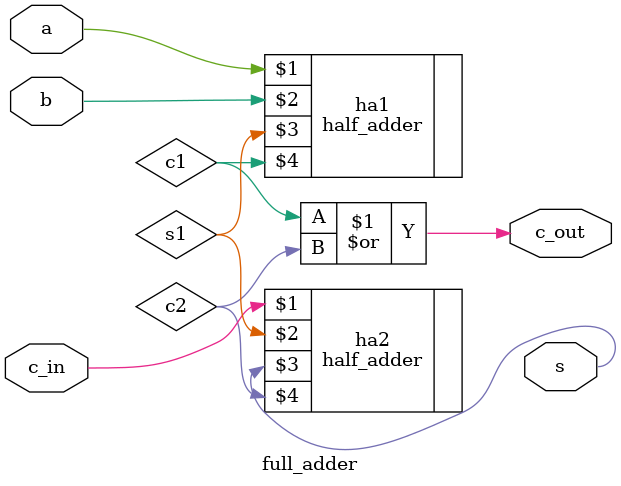
<source format=v>
module full_adder (
    input a, b, c_in,
    output s, c_out
);
    wire c1, s1, c2;
    half_adder ha1(a, b, s1, c1);
    half_adder ha2(c_in, s1, s, c2);
    assign c_out = c1 | c2;
endmodule

</source>
